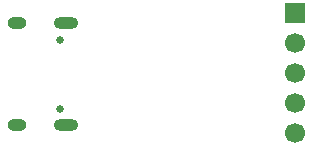
<source format=gbr>
%TF.GenerationSoftware,KiCad,Pcbnew,9.0.2-9.0.2-0~ubuntu22.04.1*%
%TF.CreationDate,2025-06-23T11:59:03+05:30*%
%TF.ProjectId,CP2102,43503231-3032-42e6-9b69-6361645f7063,rev?*%
%TF.SameCoordinates,Original*%
%TF.FileFunction,Soldermask,Bot*%
%TF.FilePolarity,Negative*%
%FSLAX46Y46*%
G04 Gerber Fmt 4.6, Leading zero omitted, Abs format (unit mm)*
G04 Created by KiCad (PCBNEW 9.0.2-9.0.2-0~ubuntu22.04.1) date 2025-06-23 11:59:03*
%MOMM*%
%LPD*%
G01*
G04 APERTURE LIST*
%ADD10R,1.700000X1.700000*%
%ADD11C,1.700000*%
%ADD12C,0.650000*%
%ADD13O,2.100000X1.000000*%
%ADD14O,1.600000X1.000000*%
G04 APERTURE END LIST*
D10*
%TO.C,J2*%
X130500000Y-35340000D03*
D11*
X130500000Y-37880000D03*
X130500000Y-40420000D03*
X130500000Y-42960000D03*
X130500000Y-45500000D03*
%TD*%
D12*
%TO.C,J1*%
X110600000Y-37610000D03*
X110600000Y-43390000D03*
D13*
X111130000Y-36180000D03*
D14*
X106950000Y-36180000D03*
D13*
X111130000Y-44820000D03*
D14*
X106950000Y-44820000D03*
%TD*%
M02*

</source>
